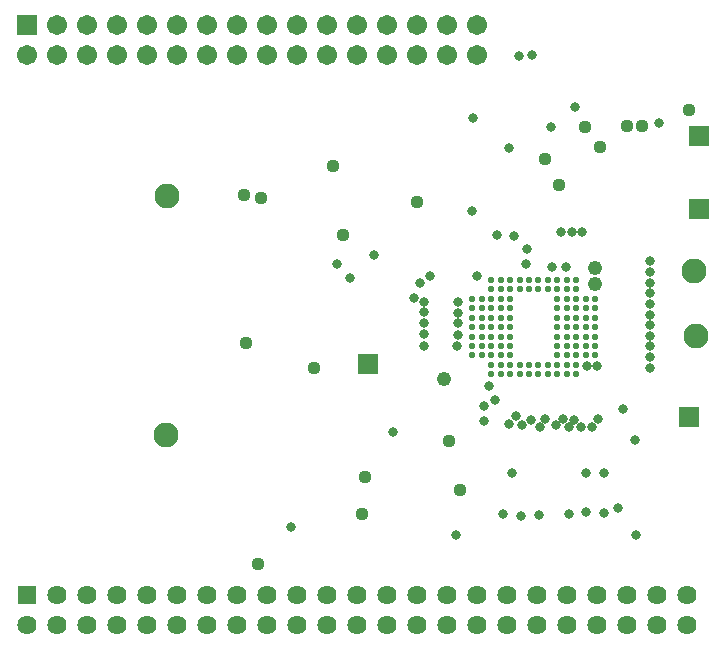
<source format=gbs>
G04 Layer_Color=16711935*
%FSLAX25Y25*%
%MOIN*%
G70*
G01*
G75*
%ADD64C,0.02200*%
%ADD102C,0.06400*%
%ADD103R,0.06400X0.06400*%
%ADD104C,0.04800*%
%ADD105C,0.06706*%
%ADD106R,0.06706X0.06706*%
%ADD107C,0.08300*%
%ADD108C,0.03200*%
%ADD109C,0.04400*%
D64*
X194961Y94803D02*
D03*
X166614Y126299D02*
D03*
X169764D02*
D03*
X172913D02*
D03*
X176063D02*
D03*
X179213D02*
D03*
X182362D02*
D03*
X185512D02*
D03*
X188661D02*
D03*
X191811D02*
D03*
X194961D02*
D03*
X166614Y123150D02*
D03*
X169764D02*
D03*
X172913D02*
D03*
X176063D02*
D03*
X179213D02*
D03*
X182362D02*
D03*
X185512D02*
D03*
X188661D02*
D03*
X191811D02*
D03*
X194961D02*
D03*
X160315Y120000D02*
D03*
X163465D02*
D03*
X166614D02*
D03*
X169764D02*
D03*
X172913D02*
D03*
X188661D02*
D03*
X191811D02*
D03*
X194961D02*
D03*
X198110D02*
D03*
X201260D02*
D03*
X160315Y116850D02*
D03*
X163465D02*
D03*
X166614D02*
D03*
X169764D02*
D03*
X172913D02*
D03*
X188661D02*
D03*
X191811D02*
D03*
X194961D02*
D03*
X198110D02*
D03*
X201260D02*
D03*
X160315Y113701D02*
D03*
X163465D02*
D03*
X166614D02*
D03*
X169764D02*
D03*
X172913D02*
D03*
X188661D02*
D03*
X191811D02*
D03*
X194961D02*
D03*
X198110D02*
D03*
X201260D02*
D03*
X160315Y110551D02*
D03*
X163465D02*
D03*
X166614D02*
D03*
X169764D02*
D03*
X172913D02*
D03*
X188661D02*
D03*
X191811D02*
D03*
X194961D02*
D03*
X198110D02*
D03*
X201260D02*
D03*
X160315Y107402D02*
D03*
X163465D02*
D03*
X166614D02*
D03*
X169764D02*
D03*
X172913D02*
D03*
X188661D02*
D03*
X191811D02*
D03*
X194961D02*
D03*
X198110D02*
D03*
X201260D02*
D03*
X160315Y104252D02*
D03*
X163465D02*
D03*
X166614D02*
D03*
X169764D02*
D03*
X172913D02*
D03*
X188661D02*
D03*
X191811D02*
D03*
X194961D02*
D03*
X198110D02*
D03*
X201260D02*
D03*
X160315Y101102D02*
D03*
X163465D02*
D03*
X166614D02*
D03*
X169764D02*
D03*
X172913D02*
D03*
X188661D02*
D03*
X191811D02*
D03*
X194961D02*
D03*
X198110D02*
D03*
X201260D02*
D03*
X166614Y97953D02*
D03*
X169764D02*
D03*
X172913D02*
D03*
X176063D02*
D03*
X179213D02*
D03*
X182362D02*
D03*
X185512D02*
D03*
X188661D02*
D03*
X191811D02*
D03*
X194961D02*
D03*
X166614Y94803D02*
D03*
X169764D02*
D03*
X172913D02*
D03*
X176063D02*
D03*
X179213D02*
D03*
X182362D02*
D03*
X185512D02*
D03*
X188661D02*
D03*
X191811D02*
D03*
D102*
X22000Y11300D02*
D03*
Y21300D02*
D03*
X112000Y11300D02*
D03*
X122000Y21300D02*
D03*
X112000D02*
D03*
X222000D02*
D03*
X232000Y11300D02*
D03*
X192000Y21300D02*
D03*
X122000Y11300D02*
D03*
X132000Y21300D02*
D03*
X102000Y11300D02*
D03*
X32000D02*
D03*
Y21300D02*
D03*
X162000Y11300D02*
D03*
Y21300D02*
D03*
X172000D02*
D03*
X182000D02*
D03*
X172000Y11300D02*
D03*
X182000D02*
D03*
X192000D02*
D03*
X202000D02*
D03*
Y21300D02*
D03*
X212000Y11300D02*
D03*
Y21300D02*
D03*
X222000Y11300D02*
D03*
X232000Y21300D02*
D03*
X152000Y11300D02*
D03*
Y21300D02*
D03*
X142000D02*
D03*
Y11300D02*
D03*
X52000D02*
D03*
X42000D02*
D03*
Y21300D02*
D03*
X52000D02*
D03*
X132000Y11300D02*
D03*
X92000D02*
D03*
X72000Y21300D02*
D03*
X102000D02*
D03*
X62000Y11300D02*
D03*
X72000D02*
D03*
X62000Y21300D02*
D03*
X82000D02*
D03*
Y11300D02*
D03*
X92000Y21300D02*
D03*
X12000Y11300D02*
D03*
D103*
Y21300D02*
D03*
D104*
X201102Y125000D02*
D03*
X150748Y93228D02*
D03*
X201142Y130354D02*
D03*
D105*
X162000Y201297D02*
D03*
Y211297D02*
D03*
X152000Y201297D02*
D03*
Y211297D02*
D03*
X142000Y201297D02*
D03*
Y211297D02*
D03*
X132000Y201297D02*
D03*
Y211297D02*
D03*
X122000Y201297D02*
D03*
Y211297D02*
D03*
X112000Y201297D02*
D03*
Y211297D02*
D03*
X102000Y201297D02*
D03*
Y211297D02*
D03*
X92000Y201297D02*
D03*
Y211297D02*
D03*
X82000Y201297D02*
D03*
Y211297D02*
D03*
X72000Y201297D02*
D03*
Y211297D02*
D03*
X62000Y201297D02*
D03*
Y211297D02*
D03*
X52000Y201297D02*
D03*
Y211297D02*
D03*
X42000Y201297D02*
D03*
Y211297D02*
D03*
X32000Y201297D02*
D03*
Y211297D02*
D03*
X22000Y201297D02*
D03*
Y211297D02*
D03*
X12000Y201297D02*
D03*
D106*
Y211297D02*
D03*
X125630Y98150D02*
D03*
X232400Y80700D02*
D03*
X235900Y174300D02*
D03*
Y150000D02*
D03*
D107*
X58280Y74630D02*
D03*
X234080Y129430D02*
D03*
X234980Y107730D02*
D03*
X58480Y154130D02*
D03*
D108*
X210600Y83200D02*
D03*
X219443Y132480D02*
D03*
Y125394D02*
D03*
X214600Y72900D02*
D03*
X204204Y62100D02*
D03*
X208800Y50300D02*
D03*
X172700Y78300D02*
D03*
X174800Y81000D02*
D03*
X176900Y78100D02*
D03*
X184700Y80000D02*
D03*
X127700Y134700D02*
D03*
X133750Y75682D02*
D03*
X178520Y136500D02*
D03*
X188100Y77800D02*
D03*
X192393Y77391D02*
D03*
X190700Y80000D02*
D03*
X196600Y77400D02*
D03*
X202235Y79800D02*
D03*
X194300Y79748D02*
D03*
X200135Y77200D02*
D03*
X198080Y62031D02*
D03*
X201900Y97700D02*
D03*
X198400Y97613D02*
D03*
X191693Y130591D02*
D03*
X186969D02*
D03*
X180300Y201297D02*
D03*
X160600Y180200D02*
D03*
X172700Y170300D02*
D03*
X186600Y177154D02*
D03*
X170700Y48200D02*
D03*
X176645Y47745D02*
D03*
X198298Y48963D02*
D03*
X144370Y104252D02*
D03*
X197008Y142362D02*
D03*
X193465Y142165D02*
D03*
X189803D02*
D03*
X168504Y141425D02*
D03*
X174252Y141024D02*
D03*
X160197Y149291D02*
D03*
X178071Y131575D02*
D03*
X146181Y127717D02*
D03*
X161811D02*
D03*
X175984Y201024D02*
D03*
X164331Y79331D02*
D03*
X192393Y48237D02*
D03*
X182550Y47904D02*
D03*
X204095Y48583D02*
D03*
X100039Y44094D02*
D03*
X194528Y184016D02*
D03*
X222520Y178532D02*
D03*
X165791Y90828D02*
D03*
X168032Y86339D02*
D03*
X119558Y126858D02*
D03*
X115227Y131582D02*
D03*
X219443Y121850D02*
D03*
Y118307D02*
D03*
Y111221D02*
D03*
X173630Y62031D02*
D03*
X219443Y104134D02*
D03*
Y107677D02*
D03*
Y97047D02*
D03*
Y100591D02*
D03*
Y128937D02*
D03*
Y114764D02*
D03*
X214833Y41165D02*
D03*
X154991Y41165D02*
D03*
X155421Y108003D02*
D03*
X182800Y77300D02*
D03*
X179842Y79500D02*
D03*
X164173Y84252D02*
D03*
X142835Y125157D02*
D03*
X144370Y108189D02*
D03*
Y112008D02*
D03*
X155511Y118869D02*
D03*
X140787Y120346D02*
D03*
X155521Y115211D02*
D03*
X155532Y111911D02*
D03*
X155300Y104134D02*
D03*
X144370Y118858D02*
D03*
Y115512D02*
D03*
D109*
X156102Y56417D02*
D03*
X89724Y153740D02*
D03*
X89016Y31653D02*
D03*
X232638Y182992D02*
D03*
X197823Y177154D02*
D03*
X113819Y164370D02*
D03*
X107609Y97004D02*
D03*
X152629Y72661D02*
D03*
X189243Y158094D02*
D03*
X141999Y152189D02*
D03*
X184519Y166756D02*
D03*
X117196Y141425D02*
D03*
X84912Y105204D02*
D03*
X124563Y60583D02*
D03*
X123389Y48364D02*
D03*
X203013Y170625D02*
D03*
X211741Y177639D02*
D03*
X216885Y177483D02*
D03*
X84244Y154690D02*
D03*
M02*

</source>
